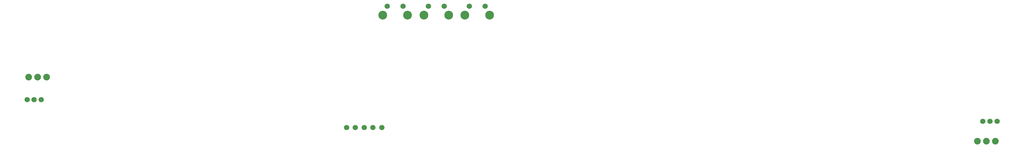
<source format=gbr>
%TF.GenerationSoftware,KiCad,Pcbnew,7.0.10*%
%TF.CreationDate,2024-02-02T23:20:54-05:00*%
%TF.ProjectId,ayab-esp32,61796162-2d65-4737-9033-322e6b696361,rev?*%
%TF.SameCoordinates,PX2be61f8PY9c01778*%
%TF.FileFunction,Paste,Bot*%
%TF.FilePolarity,Positive*%
%FSLAX46Y46*%
G04 Gerber Fmt 4.6, Leading zero omitted, Abs format (unit mm)*
G04 Created by KiCad (PCBNEW 7.0.10) date 2024-02-02 23:20:54*
%MOMM*%
%LPD*%
G01*
G04 APERTURE LIST*
%ADD10C,1.520000*%
%ADD11C,2.500000*%
%ADD12C,1.500000*%
%ADD13C,1.900000*%
G04 APERTURE END LIST*
D10*
%TO.C,SW203*%
X145678648Y44353864D03*
X150178648Y44353864D03*
D11*
X144428648Y41853864D03*
X151428648Y41853864D03*
%TD*%
D12*
%TO.C,J412*%
X295327698Y11550054D03*
X293327698Y11550054D03*
X291327698Y11550054D03*
%TD*%
%TO.C,J410*%
X120828648Y9773864D03*
X118328648Y9773864D03*
X115828648Y9773864D03*
X113328648Y9773864D03*
X110828648Y9773864D03*
%TD*%
%TO.C,J411*%
X24229648Y17677864D03*
X22229648Y17677864D03*
X20229648Y17677864D03*
%TD*%
D10*
%TO.C,SW201*%
X122398648Y44353864D03*
X126898648Y44353864D03*
D11*
X121148648Y41853864D03*
X128148648Y41853864D03*
%TD*%
D10*
%TO.C,SW202*%
X134038648Y44353864D03*
X138538648Y44353864D03*
D11*
X132788648Y41853864D03*
X139788648Y41853864D03*
%TD*%
D13*
%TO.C,J409*%
X294853648Y5851364D03*
X292313648Y5851364D03*
X289773648Y5851364D03*
%TD*%
%TO.C,J414*%
X25768648Y24108864D03*
X23228648Y24108864D03*
X20688648Y24108864D03*
%TD*%
M02*

</source>
